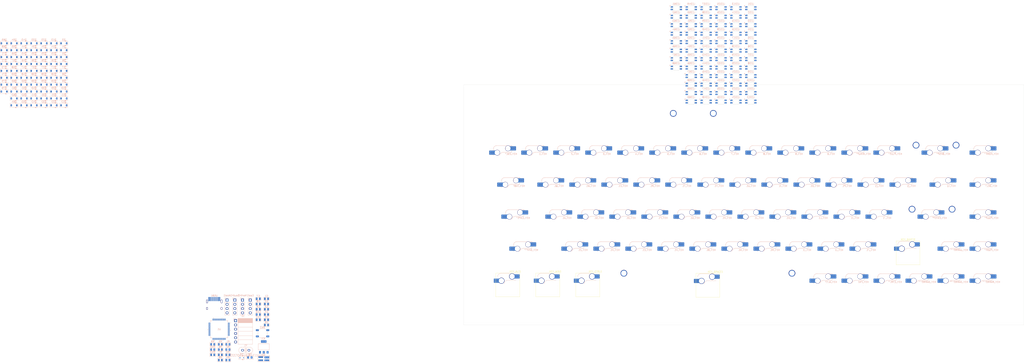
<source format=kicad_pcb>
(kicad_pcb
	(version 20241229)
	(generator "pcbnew")
	(generator_version "9.0")
	(general
		(thickness 1.6)
		(legacy_teardrops no)
	)
	(paper "A3")
	(layers
		(0 "F.Cu" signal)
		(4 "In1.Cu" signal)
		(6 "In2.Cu" signal)
		(2 "B.Cu" signal)
		(9 "F.Adhes" user "F.Adhesive")
		(11 "B.Adhes" user "B.Adhesive")
		(13 "F.Paste" user)
		(15 "B.Paste" user)
		(5 "F.SilkS" user "F.Silkscreen")
		(7 "B.SilkS" user "B.Silkscreen")
		(1 "F.Mask" user)
		(3 "B.Mask" user)
		(17 "Dwgs.User" user "User.Drawings")
		(19 "Cmts.User" user "User.Comments")
		(21 "Eco1.User" user "User.Eco1")
		(23 "Eco2.User" user "User.Eco2")
		(25 "Edge.Cuts" user)
		(27 "Margin" user)
		(31 "F.CrtYd" user "F.Courtyard")
		(29 "B.CrtYd" user "B.Courtyard")
		(35 "F.Fab" user)
		(33 "B.Fab" user)
		(39 "User.1" user)
		(41 "User.2" user)
		(43 "User.3" user)
		(45 "User.4" user)
		(47 "User.5" user)
		(49 "User.6" user)
		(51 "User.7" user)
		(53 "User.8" user)
		(55 "User.9" user)
	)
	(setup
		(stackup
			(layer "F.SilkS"
				(type "Top Silk Screen")
			)
			(layer "F.Paste"
				(type "Top Solder Paste")
			)
			(layer "F.Mask"
				(type "Top Solder Mask")
				(thickness 0.01)
			)
			(layer "F.Cu"
				(type "copper")
				(thickness 0.035)
			)
			(layer "dielectric 1"
				(type "prepreg")
				(thickness 0.1)
				(material "FR4")
				(epsilon_r 4.5)
				(loss_tangent 0.02)
			)
			(layer "In1.Cu"
				(type "copper")
				(thickness 0.035)
			)
			(layer "dielectric 2"
				(type "core")
				(thickness 1.24)
				(material "FR4")
				(epsilon_r 4.5)
				(loss_tangent 0.02)
			)
			(layer "In2.Cu"
				(type "copper")
				(thickness 0.035)
			)
			(layer "dielectric 3"
				(type "prepreg")
				(thickness 0.1)
				(material "FR4")
				(epsilon_r 4.5)
				(loss_tangent 0.02)
			)
			(layer "B.Cu"
				(type "copper")
				(thickness 0.035)
			)
			(layer "B.Mask"
				(type "Bottom Solder Mask")
				(thickness 0.01)
			)
			(layer "B.Paste"
				(type "Bottom Solder Paste")
			)
			(layer "B.SilkS"
				(type "Bottom Silk Screen")
			)
			(copper_finish "HAL lead-free")
			(dielectric_constraints no)
		)
		(pad_to_mask_clearance 0)
		(allow_soldermask_bridges_in_footprints no)
		(tenting front back)
		(grid_origin 33.3375 47.625)
		(pcbplotparams
			(layerselection 0x00000000_00000000_55555555_5755f5ff)
			(plot_on_all_layers_selection 0x00000000_00000000_00000000_00000000)
			(disableapertmacros no)
			(usegerberextensions no)
			(usegerberattributes yes)
			(usegerberadvancedattributes yes)
			(creategerberjobfile yes)
			(dashed_line_dash_ratio 12.000000)
			(dashed_line_gap_ratio 3.000000)
			(svgprecision 4)
			(plotframeref no)
			(mode 1)
			(useauxorigin no)
			(hpglpennumber 1)
			(hpglpenspeed 20)
			(hpglpendiameter 15.000000)
			(pdf_front_fp_property_popups yes)
			(pdf_back_fp_property_popups yes)
			(pdf_metadata yes)
			(pdf_single_document no)
			(dxfpolygonmode yes)
			(dxfimperialunits yes)
			(dxfusepcbnewfont yes)
			(psnegative no)
			(psa4output no)
			(plot_black_and_white yes)
			(sketchpadsonfab no)
			(plotpadnumbers no)
			(hidednponfab no)
			(sketchdnponfab yes)
			(crossoutdnponfab yes)
			(subtractmaskfromsilk no)
			(outputformat 1)
			(mirror no)
			(drillshape 1)
			(scaleselection 1)
			(outputdirectory "")
		)
	)
	(net 0 "")
	(net 1 "GND")
	(net 2 "+3.3V")
	(net 3 "+5V")
	(net 4 "Net-(D3-A)")
	(net 5 "Net-(D4-A)")
	(net 6 "Net-(D5-A)")
	(net 7 "Net-(D6-A)")
	(net 8 "Net-(D7-A)")
	(net 9 "Net-(D8-A)")
	(net 10 "Net-(D9-A)")
	(net 11 "Net-(D10-A)")
	(net 12 "Net-(D11-A)")
	(net 13 "Net-(D12-A)")
	(net 14 "Net-(D13-A)")
	(net 15 "Net-(D14-A)")
	(net 16 "Net-(D15-A)")
	(net 17 "Net-(D16-A)")
	(net 18 "Net-(D17-A)")
	(net 19 "Net-(D18-A)")
	(net 20 "Net-(D19-A)")
	(net 21 "Net-(D20-A)")
	(net 22 "Net-(D21-A)")
	(net 23 "Net-(D22-A)")
	(net 24 "Net-(D23-A)")
	(net 25 "Net-(D29-A)")
	(net 26 "Net-(D30-A)")
	(net 27 "Net-(D31-A)")
	(net 28 "Net-(D32-A)")
	(net 29 "Net-(D33-A)")
	(net 30 "Net-(D24-A)")
	(net 31 "Net-(D25-A)")
	(net 32 "Net-(D26-A)")
	(net 33 "Net-(D27-A)")
	(net 34 "Net-(D28-A)")
	(net 35 "Net-(D34-A)")
	(net 36 "/COL2")
	(net 37 "/COL3")
	(net 38 "/COL4")
	(net 39 "/COL5")
	(net 40 "/COL1")
	(net 41 "Net-(LED1-DOUT)")
	(net 42 "unconnected-(LED1-VDD-Pad1)")
	(net 43 "Net-(U1-OSCIN)")
	(net 44 "Net-(U1-OSCOUT)")
	(net 45 "Net-(U1-VCAP)")
	(net 46 "/NRST")
	(net 47 "/D+")
	(net 48 "/D-")
	(net 49 "/ROW1")
	(net 50 "/ROW2")
	(net 51 "/ROW3")
	(net 52 "/ROW4")
	(net 53 "/ROW5")
	(net 54 "Net-(D35-A)")
	(net 55 "unconnected-(LED1-VSS-Pad4)")
	(net 56 "/UART_TX_EAST")
	(net 57 "/UART_RX_EAST")
	(net 58 "Net-(U1-VDDA)")
	(net 59 "/RGB_DATAIN")
	(net 60 "Net-(D36-A)")
	(net 61 "Net-(D37-A)")
	(net 62 "Net-(D38-A)")
	(net 63 "Net-(D39-A)")
	(net 64 "Net-(D40-A)")
	(net 65 "Net-(D41-A)")
	(net 66 "Net-(D42-A)")
	(net 67 "Net-(D43-A)")
	(net 68 "Net-(D44-A)")
	(net 69 "Net-(D45-A)")
	(net 70 "Net-(D46-A)")
	(net 71 "Net-(D47-A)")
	(net 72 "Net-(D48-A)")
	(net 73 "Net-(D50-A)")
	(net 74 "Net-(D51-A)")
	(net 75 "Net-(D52-A)")
	(net 76 "Net-(D53-A)")
	(net 77 "Net-(D54-A)")
	(net 78 "Net-(D55-A)")
	(net 79 "Net-(D56-A)")
	(net 80 "Net-(D57-A)")
	(net 81 "Net-(D58-A)")
	(net 82 "/UART_TX_NORTH")
	(net 83 "/UART_RX_NORTH")
	(net 84 "Net-(USB1-CC2)")
	(net 85 "Net-(USB1-CC1)")
	(net 86 "Net-(U1-PA11)")
	(net 87 "Net-(U1-PA12)")
	(net 88 "Net-(U1-BOOT)")
	(net 89 "/JTCLK")
	(net 90 "Net-(J1-Pin_2)")
	(net 91 "/JTMS")
	(net 92 "Net-(J1-Pin_4)")
	(net 93 "Net-(J1-Pin_5)")
	(net 94 "Net-(J1-Pin_6)")
	(net 95 "/SWO")
	(net 96 "/UART_TX_SOUTH")
	(net 97 "/UART_RX_SOUTH")
	(net 98 "unconnected-(U1-PB12-Pad33)")
	(net 99 "AGND")
	(net 100 "Net-(D59-A)")
	(net 101 "/UART_TX_WEST")
	(net 102 "unconnected-(U1-PC14-Pad3)")
	(net 103 "unconnected-(U1-PC15-Pad4)")
	(net 104 "Net-(D60-A)")
	(net 105 "Net-(D61-A)")
	(net 106 "Net-(D62-A)")
	(net 107 "unconnected-(U1-PC1-Pad9)")
	(net 108 "unconnected-(U1-PC3-Pad11)")
	(net 109 "Net-(D64-A)")
	(net 110 "unconnected-(U1-PC2-Pad10)")
	(net 111 "Net-(D65-A)")
	(net 112 "Net-(D68-A)")
	(net 113 "/UART_RX_WEST")
	(net 114 "Net-(D71-A)")
	(net 115 "Net-(D72-A)")
	(net 116 "Net-(D73-A)")
	(net 117 "unconnected-(U1-PC0-Pad8)")
	(net 118 "unconnected-(U1-PC13-Pad2)")
	(net 119 "Net-(D2-A)")
	(net 120 "unconnected-(USB1-SBU2-Pad3)")
	(net 121 "unconnected-(USB1-SBU1-Pad9)")
	(net 122 "unconnected-(U1-PB8-Pad61)")
	(net 123 "unconnected-(U1-PB9-Pad62)")
	(net 124 "Net-(D74-A)")
	(net 125 "Net-(D75-A)")
	(net 126 "Net-(D76-A)")
	(net 127 "/COL12")
	(net 128 "/COL9")
	(net 129 "/COL10")
	(net 130 "/COL11")
	(net 131 "/COL6")
	(net 132 "/COL7")
	(net 133 "/COL8")
	(net 134 "/COL14")
	(net 135 "/COL13")
	(net 136 "/COL15")
	(net 137 "unconnected-(U1-PC4-Pad24)")
	(net 138 "unconnected-(LED1-DIN-Pad3)")
	(net 139 "Net-(LED2-DOUT)")
	(net 140 "unconnected-(LED2-VSS-Pad4)")
	(net 141 "unconnected-(LED2-VDD-Pad1)")
	(net 142 "unconnected-(LED3-VSS-Pad4)")
	(net 143 "unconnected-(LED3-VDD-Pad1)")
	(net 144 "Net-(LED3-DOUT)")
	(net 145 "unconnected-(LED4-VDD-Pad1)")
	(net 146 "unconnected-(LED4-VSS-Pad4)")
	(net 147 "Net-(LED4-DOUT)")
	(net 148 "unconnected-(LED5-VDD-Pad1)")
	(net 149 "Net-(LED5-DOUT)")
	(net 150 "unconnected-(LED5-VSS-Pad4)")
	(net 151 "unconnected-(LED6-VDD-Pad1)")
	(net 152 "unconnected-(LED6-VSS-Pad4)")
	(net 153 "Net-(LED6-DOUT)")
	(net 154 "unconnected-(LED7-VDD-Pad1)")
	(net 155 "unconnected-(LED7-VSS-Pad4)")
	(net 156 "Net-(LED7-DOUT)")
	(net 157 "Net-(LED8-DOUT)")
	(net 158 "unconnected-(LED8-VDD-Pad1)")
	(net 159 "unconnected-(LED8-VSS-Pad4)")
	(net 160 "Net-(LED10-DIN)")
	(net 161 "unconnected-(LED9-VDD-Pad1)")
	(net 162 "unconnected-(LED9-VSS-Pad4)")
	(net 163 "Net-(LED10-DOUT)")
	(net 164 "unconnected-(LED10-VDD-Pad1)")
	(net 165 "unconnected-(LED10-VSS-Pad4)")
	(net 166 "Net-(LED11-DOUT)")
	(net 167 "unconnected-(LED11-VDD-Pad1)")
	(net 168 "unconnected-(LED11-VSS-Pad4)")
	(net 169 "unconnected-(LED12-VDD-Pad1)")
	(net 170 "unconnected-(LED12-VSS-Pad4)")
	(net 171 "Net-(LED12-DOUT)")
	(net 172 "Net-(LED13-DOUT)")
	(net 173 "unconnected-(LED13-VSS-Pad4)")
	(net 174 "unconnected-(LED13-VDD-Pad1)")
	(net 175 "unconnected-(LED14-VDD-Pad1)")
	(net 176 "Net-(LED14-DOUT)")
	(net 177 "unconnected-(LED14-VSS-Pad4)")
	(net 178 "unconnected-(LED15-VSS-Pad4)")
	(net 179 "Net-(LED15-DOUT)")
	(net 180 "unconnected-(LED15-VDD-Pad1)")
	(net 181 "Net-(LED16-DOUT)")
	(net 182 "unconnected-(LED16-VDD-Pad1)")
	(net 183 "unconnected-(LED16-VSS-Pad4)")
	(net 184 "unconnected-(LED17-VDD-Pad1)")
	(net 185 "unconnected-(LED17-VSS-Pad4)")
	(net 186 "Net-(LED17-DOUT)")
	(net 187 "unconnected-(LED18-VDD-Pad1)")
	(net 188 "unconnected-(LED18-VSS-Pad4)")
	(net 189 "Net-(LED18-DOUT)")
	(net 190 "Net-(LED19-DOUT)")
	(net 191 "unconnected-(LED19-VDD-Pad1)")
	(net 192 "unconnected-(LED19-VSS-Pad4)")
	(net 193 "unconnected-(LED20-VSS-Pad4)")
	(net 194 "unconnected-(LED20-VDD-Pad1)")
	(net 195 "Net-(LED20-DOUT)")
	(net 196 "unconnected-(LED21-VSS-Pad4)")
	(net 197 "unconnected-(LED21-VDD-Pad1)")
	(net 198 "Net-(LED21-DOUT)")
	(net 199 "unconnected-(LED22-VSS-Pad4)")
	(net 200 "Net-(LED22-DOUT)")
	(net 201 "unconnected-(LED22-VDD-Pad1)")
	(net 202 "Net-(LED23-DOUT)")
	(net 203 "unconnected-(LED23-VDD-Pad1)")
	(net 204 "unconnected-(LED23-VSS-Pad4)")
	(net 205 "unconnected-(LED24-VDD-Pad1)")
	(net 206 "Net-(LED24-DOUT)")
	(net 207 "unconnected-(LED24-VSS-Pad4)")
	(net 208 "unconnected-(LED25-VSS-Pad4)")
	(net 209 "unconnected-(LED25-VDD-Pad1)")
	(net 210 "Net-(LED25-DOUT)")
	(net 211 "Net-(LED26-DOUT)")
	(net 212 "unconnected-(LED26-VSS-Pad4)")
	(net 213 "unconnected-(LED26-VDD-Pad1)")
	(net 214 "unconnected-(LED27-VSS-Pad4)")
	(net 215 "unconnected-(LED27-VDD-Pad1)")
	(net 216 "Net-(LED27-DOUT)")
	(net 217 "unconnected-(LED28-VSS-Pad4)")
	(net 218 "unconnected-(LED28-VDD-Pad1)")
	(net 219 "Net-(LED28-DOUT)")
	(net 220 "unconnected-(LED29-VDD-Pad1)")
	(net 221 "Net-(LED29-DOUT)")
	(net 222 "unconnected-(LED29-VSS-Pad4)")
	(net 223 "Net-(LED30-DOUT)")
	(net 224 "unconnected-(LED30-VSS-Pad4)")
	(net 225 "unconnected-(LED30-VDD-Pad1)")
	(net 226 "Net-(LED31-DOUT)")
	(net 227 "unconnected-(LED31-VSS-Pad4)")
	(net 228 "unconnected-(LED31-VDD-Pad1)")
	(net 229 "unconnected-(LED32-VSS-Pad4)")
	(net 230 "unconnected-(LED32-VDD-Pad1)")
	(net 231 "Net-(LED32-DOUT)")
	(net 232 "unconnected-(LED33-VSS-Pad4)")
	(net 233 "unconnected-(LED33-VDD-Pad1)")
	(net 234 "Net-(LED33-DOUT)")
	(net 235 "unconnected-(LED34-VDD-Pad1)")
	(net 236 "Net-(LED34-DOUT)")
	(net 237 "unconnected-(LED34-VSS-Pad4)")
	(net 238 "unconnected-(LED35-VSS-Pad4)")
	(net 239 "Net-(LED35-DOUT)")
	(net 240 "unconnected-(LED35-VDD-Pad1)")
	(net 241 "Net-(LED36-DOUT)")
	(net 242 "unconnected-(LED36-VDD-Pad1)")
	(net 243 "unconnected-(LED36-VSS-Pad4)")
	(net 244 "unconnected-(LED37-VSS-Pad4)")
	(net 245 "unconnected-(LED37-VDD-Pad1)")
	(net 246 "Net-(LED37-DOUT)")
	(net 247 "unconnected-(LED38-VSS-Pad4)")
	(net 248 "unconnected-(LED38-VDD-Pad1)")
	(net 249 "Net-(LED38-DOUT)")
	(net 250 "unconnected-(LED39-VDD-Pad1)")
	(net 251 "Net-(LED39-DOUT)")
	(net 252 "unconnected-(LED39-VSS-Pad4)")
	(net 253 "Net-(LED40-DOUT)")
	(net 254 "unconnected-(LED40-VSS-Pad4)")
	(net 255 "unconnected-(LED40-VDD-Pad1)")
	(net 256 "unconnected-(LED41-VSS-Pad4)")
	(net 257 "Net-(LED41-DOUT)")
	(net 258 "unconnected-(LED41-VDD-Pad1)")
	(net 259 "unconnected-(LED42-VDD-Pad1)")
	(net 260 "unconnected-(LED42-VSS-Pad4)")
	(net 261 "Net-(LED42-DOUT)")
	(net 262 "unconnected-(LED43-VSS-Pad4)")
	(net 263 "unconnected-(LED43-VDD-Pad1)")
	(net 264 "Net-(LED43-DOUT)")
	(net 265 "Net-(LED44-DOUT)")
	(net 266 "unconnected-(LED44-VSS-Pad4)")
	(net 267 "unconnected-(LED44-VDD-Pad1)")
	(net 268 "Net-(LED45-DOUT)")
	(net 269 "unconnected-(LED45-VSS-Pad4)")
	(net 270 "unconnected-(LED45-VDD-Pad1)")
	(net 271 "Net-(LED46-DOUT)")
	(net 272 "unconnected-(LED46-VDD-Pad1)")
	(net 273 "unconnected-(LED46-VSS-Pad4)")
	(net 274 "Net-(LED47-DOUT)")
	(net 275 "unconnected-(LED47-VSS-Pad4)")
	(net 276 "unconnected-(LED47-VDD-Pad1)")
	(net 277 "unconnected-(LED48-VDD-Pad1)")
	(net 278 "unconnected-(LED48-VSS-Pad4)")
	(net 279 "Net-(LED48-DOUT)")
	(net 280 "unconnected-(LED49-VDD-Pad1)")
	(net 281 "unconnected-(LED49-VSS-Pad4)")
	(net 282 "Net-(LED49-DOUT)")
	(net 283 "Net-(LED50-DOUT)")
	(net 284 "unconnected-(LED50-VDD-Pad1)")
	(net 285 "unconnected-(LED50-VSS-Pad4)")
	(net 286 "unconnected-(LED51-VDD-Pad1)")
	(net 287 "unconnected-(LED51-VSS-Pad4)")
	(net 288 "Net-(LED51-DOUT)")
	(net 289 "unconnected-(LED52-VDD-Pad1)")
	(net 290 "Net-(LED52-DOUT)")
	(net 291 "unconnected-(LED52-VSS-Pad4)")
	(net 292 "unconnected-(LED53-VDD-Pad1)")
	(net 293 "unconnected-(LED53-VSS-Pad4)")
	(net 294 "Net-(LED53-DOUT)")
	(net 295 "Net-(LED54-DOUT)")
	(net 296 "unconnected-(LED54-VDD-Pad1)")
	(net 297 "unconnected-(LED54-VSS-Pad4)")
	(net 298 "unconnected-(LED55-VDD-Pad1)")
	(net 299 "unconnected-(LED55-VSS-Pad4)")
	(net 300 "Net-(LED55-DOUT)")
	(net 301 "unconnected-(LED56-VDD-Pad1)")
	(net 302 "Net-(LED56-DOUT)")
	(net 303 "unconnected-(LED56-VSS-Pad4)")
	(net 304 "unconnected-(LED57-VDD-Pad1)")
	(net 305 "Net-(LED57-DOUT)")
	(net 306 "unconnected-(LED57-VSS-Pad4)")
	(net 307 "Net-(LED58-DOUT)")
	(net 308 "unconnected-(LED58-VDD-Pad1)")
	(net 309 "unconnected-(LED58-VSS-Pad4)")
	(net 310 "unconnected-(LED59-VDD-Pad1)")
	(net 311 "Net-(LED59-DOUT)")
	(net 312 "unconnected-(LED59-VSS-Pad4)")
	(net 313 "Net-(LED60-DOUT)")
	(net 314 "unconnected-(LED60-VDD-Pad1)")
	(net 315 "unconnected-(LED60-VSS-Pad4)")
	(net 316 "Net-(LED61-DOUT)")
	(net 317 "unconnected-(LED61-VSS-Pad4)")
	(net 318 "unconnected-(LED61-VDD-Pad1)")
	(net 319 "unconnected-(LED62-VDD-Pad1)")
	(net 320 "unconnected-(LED62-VSS-Pad4)")
	(net 321 "Net-(LED62-DOUT)")
	(net 322 "unconnected-(LED63-VDD-Pad1)")
	(net 323 "unconnected-(LED63-VSS-Pad4)")
	(net 324 "Net-(LED63-DOUT)")
	(net 325 "unconnected-(LED64-VDD-Pad1)")
	(net 326 "unconnected-(LED64-VSS-Pad4)")
	(net 327 "Net-(LED64-DOUT)")
	(net 328 "unconnected-(LED65-VDD-Pad1)")
	(net 329 "Net-(LED65-DOUT)")
	(net 330 "unconnected-(LED65-VSS-Pad4)")
	(net 331 "unconnected-(LED66-VSS-Pad4)")
	(net 332 "Net-(LED66-DOUT)")
	(net 333 "unconnected-(LED66-VDD-Pad1)")
	(net 334 "unconnected-(LED67-VSS-Pad4)")
	(net 335 "unconnected-(LED67-VDD-Pad1)")
	(net 336 "Net-(LED67-DOUT)")
	(net 337 "unconnected-(LED68-VDD-Pad1)")
	(net 338 "unconnected-(LED68-VSS-Pad4)")
	(net 339 "unconnected-(LED68-DOUT-Pad2)")
	(net 340 "unconnected-(U1-PA6-Pad22)")
	(net 341 "unconnected-(U1-PA4-Pad20)")
	(net 342 "unconnected-(U1-PA7-Pad23)")
	(footprint "PCM_marbastlib-mx:STAB_MX_P_2u" (layer "F.Cu") (at 325.91375 90.4875))
	(footprint "PCM_Switch_Keyboard_Hotswap_Kailh:SW_Hotswap_Kailh_MX_Plated_1.25u" (layer "F.Cu") (at 118.745 166.6875))
	(footprint "PCM_Switch_Keyboard_Hotswap_Kailh:SW_Hotswap_Kailh_MX_Plated_1.25u" (layer "F.Cu") (at 190.1825 166.84625))
	(footprint "PCM_marbastlib-mx:STAB_MX_2.25u" (layer "F.Cu") (at 80.645 147.6375))
	(footprint "PCM_marbastlib-mx:STAB_MX_P_6.25u" (layer "F.Cu") (at 190.1825 166.6875))
	(footprint "PCM_marbastlib-mx:STAB_MX_P_2.25u" (layer "F.Cu") (at 323.5325 128.5875))
	(footprint "PCM_Switch_Keyboard_Hotswap_Kailh:SW_Hotswap_Kailh_MX_Plated_1.25u" (layer "F.Cu") (at 71.12 166.6875))
	(footprint "PCM_Switch_Keyboard_Hotswap_Kailh:SW_Hotswap_Kailh_MX_Plated_1.25u" (layer "F.Cu") (at 94.9325 166.6875))
	(footprint "PCM_marbastlib-mx:STAB_MX_P_2u" (layer "F.Cu") (at 181.47775 71.585001))
	(footprint "PCM_Switch_Keyboard_Hotswap_Kailh:SW_Hotswap_Kailh_MX_Plated_1.75u" (layer "F.Cu") (at 309.245 147.6375))
	(footprint "PCM_Resistor_SMD_AKL:R_0805_2012Metric" (layer "B.Cu") (at -99.92025 205.13825 180))
	(footprint "PCM_marbastlib-choc:LED_choc_6028R" (layer "B.Cu") (at 197.9915 47.475 180))
	(footprint "PCM_marbastlib-mx:SW_MX_HS_CPG151101S11_1u" (layer "B.Cu") (at 87.73625 90.4875 180))
	(footprint "PCM_marbastlib-choc:LED_choc_6028R" (layer "B.Cu") (at 215.7215 2.025 180))
	(footprint "PCM_marbastlib-mx:SW_MX_HS_CPG151101S11_1u" (layer "B.Cu") (at 268.76375 109.5375 180))
	(footprint "PCM_Diode_SMD_AKL:D_SOD-123" (layer "B.Cu") (at -210.80025 35.19825 180))
	(footprint "PCM_Capacitor_SMD_AKL:C_0805_2012Metric" (layer "B.Cu") (at -77.352932 178.02825 180))
	(footprint "PCM_marbastlib-mx:SW_MX_HS_CPG151101S11_1u" (layer "B.Cu") (at 354.48875 90.4875 180))
	(footprint "PCM_Diode_SMD_AKL:D_SOD-123"
		(layer "B.Cu")
		(uuid "0c466174-f6ad-4447-88f8-34b613a531cf")
		(at -222.64025 26.99825 180)
		(descr "SOD-123, Alternate KiCad Library")
		(tags "SOD-123")
		(property "Reference" "D55"
			(at 0 2.127 0)
			(layer "B.SilkS")
			(uuid "982e6bb8-9a0d-410f-9d0a-d726b865f72a")
			(effects
				(font
					(size 1 1)
					(thickness 0.15)
				)
				(justify mirror)
			)
		)
		(property "Value" "1N4148W"
			(at 0 -2.1 0)
			(layer "B.Fab")
			(hide yes)
			(uuid "ac428771-fe48-47c0-83fe-4ecc667c1c17")
			(effects
				(font
					(size 1 1)
					(thickness 0.15)
				)
				(justify mirror)
			)
		)
		(property "Datasheet" "https://datasheet.octopart.com/1N4148W-HE3-18-Vishay-datasheet-17291302.pdf"
			(at 0 0 0)
			(layer "B.Fab")
			(hide yes)
			(uuid "e9dce212-2ac3-4199-b167-040ba93d7633")
			(effects
				(font
					(size 1.27 1.27)
					(thickness 0.15)
				)
				(justify mirror)
			)
		)
		(property "Description" "SOD-123 Diode, Small Signal, Fast Switching, 75V, 150mA, 4ns, Alternate KiCad Library"
			(at 0 0 0)
			(layer "B.Fab")
			(hide yes)
			(uuid "ee93bd52-ac73-445e-88e3-8087c2cc0af8")
			(effects
				(font
					(size 1.27 1.27)
					(thickness 0.15)
				)
				(justify mirror)
			)
		)
		(property ki_fp_filters "TO-???* *_Diode_* *SingleDiode* D_*")
		(path "/1d905906-6e74-4741-8b2e-53dc470a7c79/c9786b6b-2770-4710-83e4-1251929bc4f5")
		(sheetname "/Keymatrix/")
		(sheetfile "matrixrot.kicad_sch")
		(attr smd)
		(fp_line
			(start 2.4 1.2)
			(end -2.4 1.2)
			(stroke
				(width 0.12)
				(type solid)
			)
			(layer "B.SilkS")
			(uuid "07b39d6d-ebf4-4cd3-9771-39629aa25053")
		)
		(fp_line
			(start 2.4 -1.2)
			(end 2.4 1.2)
			(stroke
				(width 0.12)
				(type solid)
			)
			(layer "B.SilkS")
			(uuid "5f479399-2ae7-45a1-9eb4-eb68644c6a6b")
		)
		(fp_line
			(start -2.4 1.2)
			(end -2.4 -1.2)
			(stroke
				(width 0.12)
				(type solid)
			)
			(layer "B.SilkS")
			(uuid "6cf7e828-2d37-447b-974a-1995752f7e83")
		)
		(fp_line
			(start -2.4 -1.2)
			(end 2.4 -1.2)
			(stroke
				(width 0.12)
				(type solid)
			)
			(layer "B.SilkS")
			(uuid "4f757b73-68e7-4903-b699-9b54bc249cd3")
		)
		(fp_poly
			(pts
				(xy -0.6 1.2) (xy -1.4 1.2) (xy -1.4 1.5) (xy -0.6 1.5)
			)
			(stroke
				(width 0.1)
				(type solid)
			)
			(fill yes)
			(layer "B.SilkS")
			(uuid "1403d53a-c318-41bb-8656-e4dc02cbca71")
		)
		(fp_poly
			(pts
				(xy -0.6 -1.5) (xy -1.4 -1.5) (xy -1.4 -1.2) (xy -0.6 -1.2)
			)
			(stroke
				(width 0.1)
				(type solid)
			)
			(fill yes)
			(layer "B.SilkS")
			(uuid "7b59d227-b009-4d2a-a7a7-75a061ccee40")
		)
		(fp_line
			(start 2.35 1.15)
			(end 2.35 -1.15)
			(stroke
				(width 0.05)
				(type solid)
			)
			(layer "B.CrtYd")
			(uuid "06dd008f-2718-4321-9e8e-9104125a0ea7")
		)
		(fp_line
			(start 2.35 -1.15)
			(end -2.35 -1.15)
			(stroke
				(width 0.05)
				(type solid)
			)
			(layer "B.CrtYd")
			(uuid "3bb307f4-591a-4185-a99d-b1ae82da8d58")
		)
		(fp_line
			(start -2.35 1.15)
			(end 2.35 1.15)
			(stroke
				(width 0.05)
				(type solid)
			)
			(layer "B.CrtYd")
			(uuid "fed8c0f6-34ef-4a74-8c03-a5e0cbb58c07")
		)
		(fp_line
			(start -2.35 1.15)
			(end -2.35 -1.15)
			(stroke
				(width 0.05)
				(type solid)
			)
			(layer "B.CrtYd")
			(uuid "f676fe69-95f9-42b7-b875-f362e0faf5a3")
		)
		(fp_line
			(start 1.9 0.3)
			(end 1.9 -0.3)
			(stroke
				(width 0.1)
				(type solid)
			)
			(layer "B.Fab")
			(uuid "3486babf-4446-45b4-9ee5-c489147fffa8")
		)
		(fp_line
			(start 1.9 -0.3)
			(end 1.5 -0.3)
			(stroke
				(width 0.1)
				(type solid)
			)
			(layer "B.Fab")
			(uuid "e0d39fa8-1ae6-4983-9b59-d733adbf6105")
		)
		(fp_line
			(start 1.5 -0.3)
			(end 1.4 -0.3)
			(stroke
				(width 0.1)
				(type solid)
			)
			(layer "B.Fab")
			(uuid "2e54f2a5-9adf-44f0-abe1-c23b5d7cf53a")
		)
		(fp_line
			(start 1.4 0.9)
			(end 1.4 -0.9)
			(stroke
				(width 0.1)
				(type solid)
			)
			(layer "B.Fab")
			(uuid "c66af026-0b1a-49f3-85a5-7d0f89a67548")
		)
		(fp_line
			(start 1.4 0.3)
			(end 1.9 0.3)
			(stroke
				(width 0.1)
				(type solid)
			)
			(layer "B.Fab")
			(uuid "aae402fe-ebc2-47cc-8d76-cba3c1168d29")
		)
		(fp_line
			(start 1.4 -0.9)
			(end -1.4 -0.9)
			(stroke
				(width 0.1)
				(type solid)
			)
			(layer "B.Fab")
			(uuid "f08fd837-0152-4bac-97ab-28a5ac6a691f")
		)
		(fp_line
			(start -1.4 0.9)
			(end 1.4 0.9)
			(stroke
				(width 0.1)
				(type solid)
			)
			(layer "B.Fab")
			(uuid "e21934ab-634c-4426-b72e-8cfe77be5420")
		)
		(fp_line
			(start -1.4 0.3)
			(end -1.9 0.3)
			(stroke
				(width 0.1)
				(type solid)
			)
			(layer "B.Fab")
			(uuid "4ab4dc94-ed1d-411c-b9f4-ea53dcde26bc")
		)
		(fp_line
			(start -1.4 -0.9)
			(end -1.4 0.9)
			(stroke
				(width 0.1)
				(type solid)
			)
			(layer "B.Fab")
			(uuid "7bbbca33-e72e-4b21-9ed7-2a602c180bb9")
		)
		(fp_line
			(start -1.9 0.3)
			(end -1.9 -0.3)
			(stroke
				(width 0.1)
				(type solid)
			)
			(layer "B.Fab")
			(uuid "2aae3e84-8328-4706-b438-6c57fb9a8db8")
		)
		(fp_line
			(start -1.9 -0.3)
			(end -1.4 -0.3)
			(stroke
				(width 0.1)
				(type solid)
			)
			(layer "B.Fab")
			(uuid "a70645d8-c0a2-4a56-b5d1-7bacffce71a7")
		)
		(fp_rect
			(start -1 0.9)
			(end -0.6 -0.9)
			(stroke
		
... [2068676 chars truncated]
</source>
